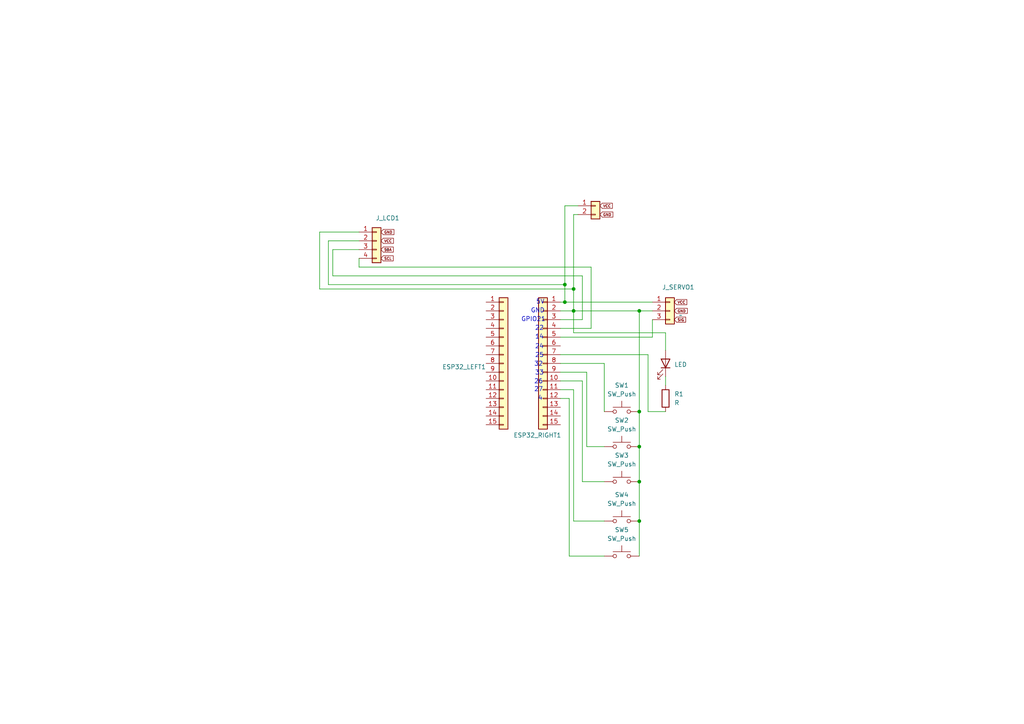
<source format=kicad_sch>
(kicad_sch (version 20250114) (generator "eeschema") (generator_version "9.0")
  (paper "A4")
  (lib_symbols
    (symbol "Connector_Generic:Conn_01x02" (pin_names (offset 1.016) (hide yes))
      (property "Reference" "J" (at 0 2.54 0))
      (property "Value" "Conn_01x02" (at 0 -5.08 0))
      (symbol "Conn_01x02_1_1"
        (rectangle (start -1.27 1.27) (end 1.27 -3.81) (stroke (width 0.254)) (fill (type background)))
        (rectangle (start -1.27 0.127) (end 0 -0.127) (stroke (width 0.1524)))
        (rectangle (start -1.27 -2.413) (end 0 -2.667) (stroke (width 0.1524)))
        (pin passive line (at -5.08 0 0) (length 3.81) (name "Pin_1") (number "1"))
        (pin passive line (at -5.08 -2.54 0) (length 3.81) (name "Pin_2") (number "2"))
      )
    )
    (symbol "Connector_Generic:Conn_01x03" (pin_names (offset 1.016) (hide yes))
      (property "Reference" "J" (at 0 5.08 0))
      (property "Value" "Conn_01x03" (at 0 -5.08 0))
      (symbol "Conn_01x03_1_1"
        (rectangle (start -1.27 3.81) (end 1.27 -3.81) (stroke (width 0.254)) (fill (type background)))
        (rectangle (start -1.27 2.667) (end 0 2.413) (stroke (width 0.1524)))
        (rectangle (start -1.27 0.127) (end 0 -0.127) (stroke (width 0.1524)))
        (rectangle (start -1.27 -2.413) (end 0 -2.667) (stroke (width 0.1524)))
        (pin passive line (at -5.08 2.54 0) (length 3.81) (name "Pin_1") (number "1"))
        (pin passive line (at -5.08 0 0) (length 3.81) (name "Pin_2") (number "2"))
        (pin passive line (at -5.08 -2.54 0) (length 3.81) (name "Pin_3") (number "3"))
      )
    )
    (symbol "Connector_Generic:Conn_01x04" (pin_names (offset 1.016) (hide yes))
      (property "Reference" "J" (at 0 5.08 0))
      (property "Value" "Conn_01x04" (at 0 -7.62 0))
      (symbol "Conn_01x04_1_1"
        (rectangle (start -1.27 3.81) (end 1.27 -6.35) (stroke (width 0.254)) (fill (type background)))
        (rectangle (start -1.27 2.667) (end 0 2.413) (stroke (width 0.1524)))
        (rectangle (start -1.27 0.127) (end 0 -0.127) (stroke (width 0.1524)))
        (rectangle (start -1.27 -2.413) (end 0 -2.667) (stroke (width 0.1524)))
        (rectangle (start -1.27 -4.953) (end 0 -5.207) (stroke (width 0.1524)))
        (pin passive line (at -5.08 2.54 0) (length 3.81) (name "Pin_1") (number "1"))
        (pin passive line (at -5.08 0 0) (length 3.81) (name "Pin_2") (number "2"))
        (pin passive line (at -5.08 -2.54 0) (length 3.81) (name "Pin_3") (number "3"))
        (pin passive line (at -5.08 -5.08 0) (length 3.81) (name "Pin_4") (number "4"))
      )
    )
    (symbol "Connector_Generic:Conn_01x15" (pin_names (offset 1.016) (hide yes))
      (property "Reference" "J" (at 0 20.32 0))
      (property "Value" "Conn_01x15" (at 0 -20.32 0))
      (symbol "Conn_01x15_1_1"
        (rectangle (start -1.27 19.05) (end 1.27 -19.05) (stroke (width 0.254)) (fill (type background)))
        (rectangle (start -1.27 17.907) (end 0 17.653) (stroke (width 0.1524)))
        (rectangle (start -1.27 15.367) (end 0 15.113) (stroke (width 0.1524)))
        (rectangle (start -1.27 12.827) (end 0 12.573) (stroke (width 0.1524)))
        (rectangle (start -1.27 10.287) (end 0 10.033) (stroke (width 0.1524)))
        (rectangle (start -1.27 7.747) (end 0 7.493) (stroke (width 0.1524)))
        (rectangle (start -1.27 5.207) (end 0 4.953) (stroke (width 0.1524)))
        (rectangle (start -1.27 2.667) (end 0 2.413) (stroke (width 0.1524)))
        (rectangle (start -1.27 0.127) (end 0 -0.127) (stroke (width 0.1524)))
        (rectangle (start -1.27 -2.413) (end 0 -2.667) (stroke (width 0.1524)))
        (rectangle (start -1.27 -4.953) (end 0 -5.207) (stroke (width 0.1524)))
        (rectangle (start -1.27 -7.493) (end 0 -7.747) (stroke (width 0.1524)))
        (rectangle (start -1.27 -10.033) (end 0 -10.287) (stroke (width 0.1524)))
        (rectangle (start -1.27 -12.573) (end 0 -12.827) (stroke (width 0.1524)))
        (rectangle (start -1.27 -15.113) (end 0 -15.367) (stroke (width 0.1524)))
        (rectangle (start -1.27 -17.653) (end 0 -17.907) (stroke (width 0.1524)))
        (pin passive line (at -5.08 17.78 0) (length 3.81) (name "Pin_1") (number "1"))
        (pin passive line (at -5.08 15.24 0) (length 3.81) (name "Pin_2") (number "2"))
        (pin passive line (at -5.08 12.7 0) (length 3.81) (name "Pin_3") (number "3"))
        (pin passive line (at -5.08 10.16 0) (length 3.81) (name "Pin_4") (number "4"))
        (pin passive line (at -5.08 7.62 0) (length 3.81) (name "Pin_5") (number "5"))
        (pin passive line (at -5.08 5.08 0) (length 3.81) (name "Pin_6") (number "6"))
        (pin passive line (at -5.08 2.54 0) (length 3.81) (name "Pin_7") (number "7"))
        (pin passive line (at -5.08 0 0) (length 3.81) (name "Pin_8") (number "8"))
        (pin passive line (at -5.08 -2.54 0) (length 3.81) (name "Pin_9") (number "9"))
        (pin passive line (at -5.08 -5.08 0) (length 3.81) (name "Pin_10") (number "10"))
        (pin passive line (at -5.08 -7.62 0) (length 3.81) (name "Pin_11") (number "11"))
        (pin passive line (at -5.08 -10.16 0) (length 3.81) (name "Pin_12") (number "12"))
        (pin passive line (at -5.08 -12.7 0) (length 3.81) (name "Pin_13") (number "13"))
        (pin passive line (at -5.08 -15.24 0) (length 3.81) (name "Pin_14") (number "14"))
        (pin passive line (at -5.08 -17.78 0) (length 3.81) (name "Pin_15") (number "15"))
      )
    )
    (symbol "Device:LED" (pin_numbers (hide yes)) (pin_names (offset 1.016) (hide yes))
      (property "Reference" "D" (at 0 2.54 0))
      (property "Value" "LED" (at 0 -2.54 0))
      (symbol "LED_0_1"
        (polyline (pts (xy -3.048 -0.762) (xy -4.572 -2.286) (xy -3.81 -2.286) (xy -4.572 -2.286) (xy -4.572 -1.524)))
        (polyline (pts (xy -1.778 -0.762) (xy -3.302 -2.286) (xy -2.54 -2.286) (xy -3.302 -2.286) (xy -3.302 -1.524)))
        (polyline (pts (xy -1.27 0) (xy 1.27 0)))
        (polyline (pts (xy -1.27 -1.27) (xy -1.27 1.27)) (stroke (width 0.254)))
        (polyline (pts (xy 1.27 -1.27) (xy 1.27 1.27) (xy -1.27 0) (xy 1.27 -1.27)) (stroke (width 0.254)))
      )
      (symbol "LED_1_1"
        (pin passive line (at -3.81 0 0) (length 2.54) (name "K") (number "1"))
        (pin passive line (at 3.81 0 180) (length 2.54) (name "A") (number "2"))
      )
    )
    (symbol "Device:R" (pin_numbers (hide yes)) (pin_names (offset 0))
      (property "Reference" "R" (at 2.032 0 90))
      (property "Value" "R" (at 0 0 90))
      (symbol "R_0_1"
        (rectangle (start -1.016 -2.54) (end 1.016 2.54) (stroke (width 0.254)))
      )
      (symbol "R_1_1"
        (pin passive line (at 0 3.81 270) (length 1.27) (name "~") (number "1"))
        (pin passive line (at 0 -3.81 90) (length 1.27) (name "~") (number "2"))
      )
    )
    (symbol "Switch:SW_Push" (pin_numbers (hide yes)) (pin_names (offset 1.016) (hide yes))
      (property "Reference" "SW" (at 1.27 2.54 0))
      (property "Value" "SW_Push" (at 0 -1.524 0))
      (symbol "SW_Push_0_1"
        (circle (center -2.032 0) (radius 0.508))
        (polyline (pts (xy 0 1.27) (xy 0 3.048)))
        (circle (center 2.032 0) (radius 0.508))
        (polyline (pts (xy 2.54 1.27) (xy -2.54 1.27)))
        (pin passive line (at -5.08 0 0) (length 2.54) (name "1") (number "1"))
        (pin passive line (at 5.08 0 180) (length 2.54) (name "2") (number "2"))
      )
    )
  )
  (text "GPIO21\n" (at 154.686 92.71 0) (effects (font (size 1.27 1.27))))
  (text "4" (at 156.718 115.57 0) (effects (font (size 1.27 1.27))))
  (text "25" (at 156.464 103.124 0) (effects (font (size 1.27 1.27))))
  (text "24" (at 156.464 100.584 0) (effects (font (size 1.27 1.27))))
  (text "5V" (at 156.718 87.63 0) (effects (font (size 1.27 1.27))))
  (text "26" (at 156.21 110.744 0) (effects (font (size 1.27 1.27))))
  (text "27" (at 156.21 113.03 0) (effects (font (size 1.27 1.27))))
  (text "22" (at 156.464 95.25 0) (effects (font (size 1.27 1.27))))
  (text "14" (at 156.464 97.79 0) (effects (font (size 1.27 1.27))))
  (text "32" (at 156.21 105.664 0) (effects (font (size 1.27 1.27))))
  (text "33" (at 156.464 108.204 0) (effects (font (size 1.27 1.27))))
  (text "GND" (at 155.956 90.17 0) (effects (font (size 1.27 1.27))))
  (junction (at 185.42 119.38))
  (junction (at 185.42 90.17))
  (junction (at 185.42 151.13))
  (junction (at 163.83 87.63))
  (junction (at 163.83 82.55))
  (junction (at 166.37 83.82))
  (junction (at 166.37 90.17))
  (junction (at 185.42 139.7))
  (junction (at 185.42 129.54))
  (wire (pts (xy 187.96 119.38) (xy 193.04 119.38)))
  (wire (pts (xy 193.04 96.52) (xy 193.04 101.6)))
  (wire (pts (xy 162.56 90.17) (xy 166.37 90.17)))
  (wire (pts (xy 95.25 69.85) (xy 95.25 82.55)))
  (wire (pts (xy 104.14 67.31) (xy 92.71 67.31)))
  (wire (pts (xy 163.83 82.55) (xy 163.83 87.63)))
  (wire (pts (xy 185.42 119.38) (xy 185.42 129.54)))
  (wire (pts (xy 104.14 72.39) (xy 96.52 72.39)))
  (wire (pts (xy 185.42 151.13) (xy 185.42 161.29)))
  (wire (pts (xy 175.26 119.38) (xy 175.26 105.41)))
  (wire (pts (xy 167.64 62.23) (xy 166.37 62.23)))
  (wire (pts (xy 166.37 62.23) (xy 166.37 83.82)))
  (wire (pts (xy 189.23 92.71) (xy 189.23 97.79)))
  (wire (pts (xy 187.96 102.87) (xy 187.96 119.38)))
  (wire (pts (xy 168.91 110.49) (xy 162.56 110.49)))
  (wire (pts (xy 171.45 95.25) (xy 162.56 95.25)))
  (wire (pts (xy 185.42 90.17) (xy 185.42 119.38)))
  (wire (pts (xy 104.14 74.93) (xy 104.14 77.47)))
  (wire (pts (xy 163.83 87.63) (xy 189.23 87.63)))
  (wire (pts (xy 166.37 151.13) (xy 166.37 113.03)))
  (wire (pts (xy 185.42 129.54) (xy 185.42 139.7)))
  (wire (pts (xy 166.37 90.17) (xy 166.37 96.52)))
  (wire (pts (xy 163.83 59.69) (xy 163.83 82.55)))
  (wire (pts (xy 175.26 151.13) (xy 166.37 151.13)))
  (wire (pts (xy 168.91 80.01) (xy 168.91 92.71)))
  (wire (pts (xy 104.14 77.47) (xy 171.45 77.47)))
  (wire (pts (xy 175.26 105.41) (xy 162.56 105.41)))
  (wire (pts (xy 175.26 161.29) (xy 165.1 161.29)))
  (wire (pts (xy 175.26 139.7) (xy 168.91 139.7)))
  (wire (pts (xy 162.56 87.63) (xy 163.83 87.63)))
  (wire (pts (xy 166.37 113.03) (xy 162.56 113.03)))
  (wire (pts (xy 189.23 97.79) (xy 162.56 97.79)))
  (wire (pts (xy 185.42 90.17) (xy 189.23 90.17)))
  (wire (pts (xy 104.14 69.85) (xy 95.25 69.85)))
  (wire (pts (xy 96.52 72.39) (xy 96.52 80.01)))
  (wire (pts (xy 193.04 96.52) (xy 166.37 96.52)))
  (wire (pts (xy 175.26 129.54) (xy 170.18 129.54)))
  (wire (pts (xy 162.56 102.87) (xy 187.96 102.87)))
  (wire (pts (xy 193.04 109.22) (xy 193.04 111.76)))
  (wire (pts (xy 165.1 115.57) (xy 162.56 115.57)))
  (wire (pts (xy 170.18 129.54) (xy 170.18 107.95)))
  (wire (pts (xy 168.91 92.71) (xy 162.56 92.71)))
  (wire (pts (xy 171.45 77.47) (xy 171.45 95.25)))
  (wire (pts (xy 92.71 83.82) (xy 166.37 83.82)))
  (wire (pts (xy 96.52 80.01) (xy 168.91 80.01)))
  (wire (pts (xy 168.91 139.7) (xy 168.91 110.49)))
  (wire (pts (xy 165.1 161.29) (xy 165.1 115.57)))
  (wire (pts (xy 166.37 90.17) (xy 185.42 90.17)))
  (wire (pts (xy 166.37 83.82) (xy 166.37 90.17)))
  (wire (pts (xy 95.25 82.55) (xy 163.83 82.55)))
  (wire (pts (xy 170.18 107.95) (xy 162.56 107.95)))
  (wire (pts (xy 167.64 59.69) (xy 163.83 59.69)))
  (wire (pts (xy 92.71 67.31) (xy 92.71 83.82)))
  (wire (pts (xy 185.42 139.7) (xy 185.42 151.13)))
  (global_label "VCC" (shape input) (at 110.49 69.85 0) (effects (font (size 0.762 0.762))) (property "Intersheetrefs" "${INTERSHEET_REFS}" (effects (hide yes))))
  (global_label "SDA" (shape input) (at 110.49 72.39 0) (effects (font (size 0.762 0.762))) (property "Intersheetrefs" "${INTERSHEET_REFS}" (effects (hide yes))))
  (global_label "VCC" (shape input) (at 195.58 87.63 0) (effects (font (size 0.762 0.762))) (property "Intersheetrefs" "${INTERSHEET_REFS}" (effects (hide yes))))
  (global_label "GND" (shape input) (at 195.58 90.17 0) (effects (font (size 0.762 0.762))) (property "Intersheetrefs" "${INTERSHEET_REFS}" (effects (hide yes))))
  (global_label "GND" (shape input) (at 110.49 67.31 0) (effects (font (size 0.762 0.762))) (property "Intersheetrefs" "${INTERSHEET_REFS}" (effects (hide yes))))
  (global_label "SIG" (shape input) (at 195.58 92.71 0) (effects (font (size 0.762 0.762))) (property "Intersheetrefs" "${INTERSHEET_REFS}" (effects (hide yes))))
  (global_label "GND" (shape input) (at 173.99 62.23 0) (effects (font (size 0.762 0.762))) (property "Intersheetrefs" "${INTERSHEET_REFS}" (effects (hide yes))))
  (global_label "VCC" (shape input) (at 173.99 59.69 0) (effects (font (size 0.762 0.762))) (property "Intersheetrefs" "${INTERSHEET_REFS}" (effects (hide yes))))
  (global_label "SCL" (shape input) (at 110.49 74.93 0) (effects (font (size 0.762 0.762))) (property "Intersheetrefs" "${INTERSHEET_REFS}" (effects (hide yes))))
  (symbol (lib_id "Switch:SW_Push") (at 180.34 119.38 0) (unit 1)
    (property "Reference" "SW1" (at 180.34 111.76 0))
    (property "Value" "SW_Push" (at 180.34 114.3 0))
    (property "Footprint" "Button_Switch_THT:SW_PUSH_6mm_H5mm" (effects (hide yes)))
    (property "Description" "Push button switch, generic, two pins" (effects (hide yes)))
  )
  (symbol (lib_id "Connector_Generic:Conn_01x15") (at 146.05 105.41 0) (unit 1)
    (property "Reference" "ESP32_LEFT1" (at 128.27 106.426 0) (effects (justify left)))
    (property "Value" "J_LEFT" (effects (hide yes)))
    (property "Footprint" "Connector_PinHeader_2.54mm:PinHeader_1x15_P2.54mm_Vertical" (effects (hide yes)))
    (property "Description" "Generic connector, single row, 01x15, script generated (kicad-library-utils/schlib/autogen/connector/)" (effects (hide yes)))
  )
  (symbol (lib_id "Device:LED") (at 193.04 105.41 270) (mirror x) (unit 1)
    (property "Reference" "D2" (effects (hide yes)))
    (property "Value" "LED" (at 195.58 105.7276 90) (effects (justify left)))
    (property "Footprint" "LED_THT:LED_D5.0mm" (effects (hide yes)))
    (property "Description" "Light emitting diode" (effects (hide yes)))
    (property "Sim.Pins" "1=K 2=A" (effects (hide yes)))
  )
  (symbol (lib_id "Connector_Generic:Conn_01x03") (at 194.31 90.17 0) (unit 1)
    (property "Reference" "J_SERVO1" (at 192.024 83.312 0) (effects (justify left)))
    (property "Value" "~" (at 196.85 91.4399 0) (effects (justify left)))
    (property "Footprint" "Connector_PinHeader_2.54mm:PinHeader_1x03_P2.54mm_Vertical" (effects (hide yes)))
    (property "Description" "Generic connector, single row, 01x03, script generated (kicad-library-utils/schlib/autogen/connector/)" (effects (hide yes)))
  )
  (symbol (lib_id "Switch:SW_Push") (at 180.34 151.13 0) (unit 1)
    (property "Reference" "SW4" (at 180.34 143.51 0))
    (property "Value" "SW_Push" (at 180.34 146.05 0))
    (property "Footprint" "Button_Switch_THT:SW_PUSH_6mm_H5mm" (effects (hide yes)))
    (property "Description" "Push button switch, generic, two pins" (effects (hide yes)))
  )
  (symbol (lib_id "Connector_Generic:Conn_01x15") (at 157.48 105.41 0) (mirror y) (unit 1)
    (property "Reference" "ESP32_RIGHT1" (at 162.814 126.238 0) (effects (justify left)))
    (property "Description" "Generic connector, single row, 01x15, script generated (kicad-library-utils/schlib/autogen/connector/)" (effects (hide yes)))
  )
  (symbol (lib_id "Switch:SW_Push") (at 180.34 129.54 0) (unit 1)
    (property "Reference" "SW2" (at 180.34 121.92 0))
    (property "Value" "SW_Push" (at 180.34 124.46 0))
    (property "Footprint" "Button_Switch_THT:SW_PUSH_6mm_H5mm" (effects (hide yes)))
    (property "Description" "Push button switch, generic, two pins" (effects (hide yes)))
  )
  (symbol (lib_id "Connector_Generic:Conn_01x04") (at 109.22 69.85 0) (unit 1)
    (property "Reference" "J_LCD1" (at 108.966 63.246 0) (effects (justify left)))
    (property "Value" "~" (at 111.76 72.3899 0) (effects (justify left)))
    (property "Footprint" "Connector_PinHeader_2.54mm:PinHeader_1x04_P2.54mm_Vertical" (effects (hide yes)))
    (property "Description" "Generic connector, single row, 01x04, script generated (kicad-library-utils/schlib/autogen/connector/)" (effects (hide yes)))
  )
  (symbol (lib_id "Connector_Generic:Conn_01x02") (at 172.72 59.69 0) (unit 1)
    (property "Reference" "VCC1" (effects (hide yes)))
    (property "Value" "GND" (effects (hide yes)))
    (property "Footprint" "TerminalBlock:TerminalBlock_MaiXu_MX126-5.0-02P_1x02_P5.00mm" (effects (hide yes)))
    (property "Description" "Generic connector, single row, 01x02, script generated (kicad-library-utils/schlib/autogen/connector/)" (effects (hide yes)))
  )
  (symbol (lib_id "Switch:SW_Push") (at 180.34 139.7 0) (unit 1)
    (property "Reference" "SW3" (at 180.34 132.08 0))
    (property "Value" "SW_Push" (at 180.34 134.62 0))
    (property "Footprint" "Button_Switch_THT:SW_PUSH_6mm_H5mm" (effects (hide yes)))
    (property "Description" "Push button switch, generic, two pins" (effects (hide yes)))
  )
  (symbol (lib_id "Switch:SW_Push") (at 180.34 161.29 0) (unit 1)
    (property "Reference" "SW5" (at 180.34 153.67 0))
    (property "Value" "SW_Push" (at 180.34 156.21 0))
    (property "Footprint" "Button_Switch_THT:SW_PUSH_6mm_H5mm" (effects (hide yes)))
    (property "Description" "Push button switch, generic, two pins" (effects (hide yes)))
  )
  (symbol (lib_id "Device:R") (at 193.04 115.57 0) (unit 1)
    (property "Reference" "R1" (at 195.58 114.2999 0) (effects (justify left)))
    (property "Value" "R" (at 195.58 116.8399 0) (effects (justify left)))
    (property "Footprint" "Resistor_THT:R_Axial_DIN0207_L6.3mm_D2.5mm_P7.62mm_Horizontal" (effects (hide yes)))
    (property "Description" "Resistor" (effects (hide yes)))
  )
)
</source>
